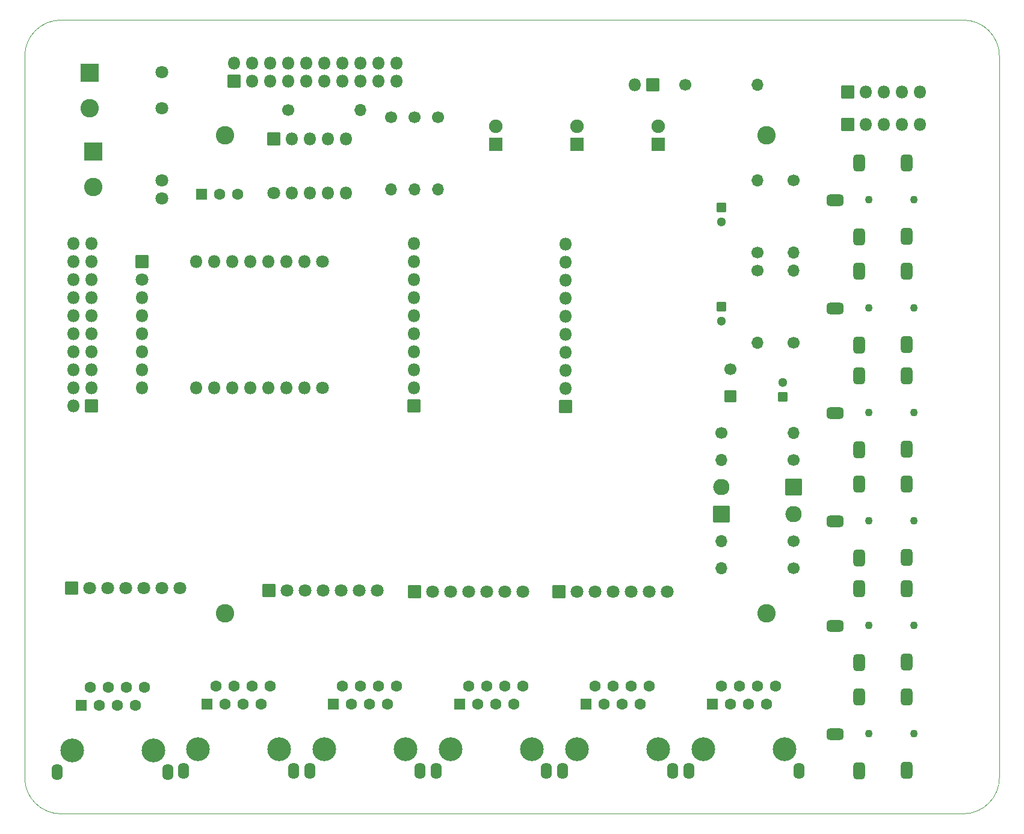
<source format=gbr>
%TF.GenerationSoftware,KiCad,Pcbnew,6.0.2-378541a8eb~116~ubuntu20.04.1*%
%TF.CreationDate,2022-03-16T15:57:20+02:00*%
%TF.ProjectId,ha-pcb,68612d70-6362-42e6-9b69-6361645f7063,4*%
%TF.SameCoordinates,Original*%
%TF.FileFunction,Soldermask,Top*%
%TF.FilePolarity,Negative*%
%FSLAX46Y46*%
G04 Gerber Fmt 4.6, Leading zero omitted, Abs format (unit mm)*
G04 Created by KiCad (PCBNEW 6.0.2-378541a8eb~116~ubuntu20.04.1) date 2022-03-16 15:57:20*
%MOMM*%
%LPD*%
G01*
G04 APERTURE LIST*
G04 Aperture macros list*
%AMRoundRect*
0 Rectangle with rounded corners*
0 $1 Rounding radius*
0 $2 $3 $4 $5 $6 $7 $8 $9 X,Y pos of 4 corners*
0 Add a 4 corners polygon primitive as box body*
4,1,4,$2,$3,$4,$5,$6,$7,$8,$9,$2,$3,0*
0 Add four circle primitives for the rounded corners*
1,1,$1+$1,$2,$3*
1,1,$1+$1,$4,$5*
1,1,$1+$1,$6,$7*
1,1,$1+$1,$8,$9*
0 Add four rect primitives between the rounded corners*
20,1,$1+$1,$2,$3,$4,$5,0*
20,1,$1+$1,$4,$5,$6,$7,0*
20,1,$1+$1,$6,$7,$8,$9,0*
20,1,$1+$1,$8,$9,$2,$3,0*%
G04 Aperture macros list end*
%TA.AperFunction,Profile*%
%ADD10C,0.100000*%
%TD*%
%ADD11RoundRect,0.050000X-0.850000X0.850000X-0.850000X-0.850000X0.850000X-0.850000X0.850000X0.850000X0*%
%ADD12O,1.800000X1.800000*%
%ADD13C,1.700000*%
%ADD14O,1.700000X1.700000*%
%ADD15RoundRect,0.050000X-1.250000X1.250000X-1.250000X-1.250000X1.250000X-1.250000X1.250000X1.250000X0*%
%ADD16C,2.600000*%
%ADD17C,3.350000*%
%ADD18RoundRect,0.050000X0.750000X0.750000X-0.750000X0.750000X-0.750000X-0.750000X0.750000X-0.750000X0*%
%ADD19C,1.600000*%
%ADD20O,1.600000X2.300000*%
%ADD21RoundRect,0.050000X0.900000X-0.900000X0.900000X0.900000X-0.900000X0.900000X-0.900000X-0.900000X0*%
%ADD22C,1.900000*%
%ADD23RoundRect,0.050000X0.800000X-0.800000X0.800000X0.800000X-0.800000X0.800000X-0.800000X-0.800000X0*%
%ADD24RoundRect,0.050000X-0.850000X-0.850000X0.850000X-0.850000X0.850000X0.850000X-0.850000X0.850000X0*%
%ADD25C,1.800000*%
%ADD26RoundRect,0.050000X0.850000X-0.850000X0.850000X0.850000X-0.850000X0.850000X-0.850000X-0.850000X0*%
%ADD27RoundRect,0.050000X0.600000X-0.600000X0.600000X0.600000X-0.600000X0.600000X-0.600000X-0.600000X0*%
%ADD28C,1.300000*%
%ADD29C,1.100000*%
%ADD30RoundRect,0.431000X-0.381000X0.762000X-0.381000X-0.762000X0.381000X-0.762000X0.381000X0.762000X0*%
%ADD31RoundRect,0.431000X-0.762000X-0.381000X0.762000X-0.381000X0.762000X0.381000X-0.762000X0.381000X0*%
%ADD32RoundRect,0.050000X1.100000X1.100000X-1.100000X1.100000X-1.100000X-1.100000X1.100000X-1.100000X0*%
%ADD33O,2.300000X2.300000*%
%ADD34RoundRect,0.050000X-0.600000X0.600000X-0.600000X-0.600000X0.600000X-0.600000X0.600000X0.600000X0*%
%ADD35RoundRect,0.050000X0.850000X0.850000X-0.850000X0.850000X-0.850000X-0.850000X0.850000X-0.850000X0*%
%ADD36RoundRect,0.050000X-1.100000X-1.100000X1.100000X-1.100000X1.100000X1.100000X-1.100000X1.100000X0*%
%ADD37RoundRect,0.050000X-0.750000X-0.750000X0.750000X-0.750000X0.750000X0.750000X-0.750000X0.750000X0*%
G04 APERTURE END LIST*
D10*
X177800000Y-137160000D02*
X177800000Y-135890000D01*
X40640004Y-135890000D02*
X40640000Y-137160000D01*
X172720000Y-30479996D02*
X45719996Y-30480000D01*
X177800000Y-135890000D02*
X177800000Y-35559996D01*
X45720000Y-142240000D02*
X172720000Y-142240000D01*
X40640000Y-35560000D02*
X40640004Y-135890000D01*
X40640000Y-137160000D02*
G75*
G03*
X45720000Y-142240000I5080002J2D01*
G01*
X45719996Y-30480000D02*
G75*
G03*
X40639996Y-35560000I2J-5080002D01*
G01*
X177800000Y-35559996D02*
G75*
G03*
X172720000Y-30479996I-5080002J-2D01*
G01*
X172720000Y-142240000D02*
G75*
G03*
X177800000Y-137160000I0J5080000D01*
G01*
D11*
%TO.C,JP1*%
X129032000Y-39624000D03*
D12*
X126492000Y-39624000D03*
%TD*%
D13*
%TO.C,R10*%
X95504000Y-44196000D03*
D14*
X95504000Y-54356000D03*
%TD*%
D15*
%TO.C,J2*%
X49792000Y-37886000D03*
D16*
X49792000Y-42886000D03*
%TD*%
D17*
%TO.C,J1*%
X58715500Y-133350000D03*
X47285500Y-133350000D03*
D18*
X48555500Y-127000000D03*
D19*
X49825500Y-124460000D03*
X51095500Y-127000000D03*
X52365500Y-124460000D03*
X53635500Y-127000000D03*
X54905500Y-124460000D03*
X56175500Y-127000000D03*
X57445500Y-124460000D03*
D20*
X60770500Y-136400000D03*
X45230500Y-136400000D03*
%TD*%
D21*
%TO.C,D4*%
X118364000Y-48006000D03*
D22*
X118364000Y-45466000D03*
%TD*%
D23*
%TO.C,C4*%
X139954000Y-83478380D03*
D13*
X139954000Y-79678380D03*
%TD*%
D24*
%TO.C,U3*%
X57150000Y-64465200D03*
D25*
X57150000Y-67005200D03*
D12*
X57150000Y-69545200D03*
X57150000Y-72085200D03*
X57150000Y-74625200D03*
X57150000Y-77165200D03*
X57150000Y-79705200D03*
X57150000Y-82245200D03*
X64770000Y-82245200D03*
X67310000Y-82245200D03*
X69850000Y-82245200D03*
X72390000Y-82245200D03*
X74930000Y-82245200D03*
X77470000Y-82245200D03*
X80010000Y-82245200D03*
D25*
X82550000Y-82245200D03*
X82550000Y-64465200D03*
D12*
X80010000Y-64465200D03*
X77470000Y-64465200D03*
X74930000Y-64465200D03*
X72390000Y-64465200D03*
X69850000Y-64465200D03*
X67310000Y-64465200D03*
X64770000Y-64465200D03*
%TD*%
D26*
%TO.C,U2*%
X75647000Y-47244000D03*
D12*
X78187000Y-47244000D03*
X80727000Y-47244000D03*
X83267000Y-47244000D03*
X85807000Y-47244000D03*
D25*
X75647000Y-54864000D03*
D12*
X78187000Y-54864000D03*
X80727000Y-54864000D03*
X83267000Y-54864000D03*
X85807000Y-54864000D03*
%TD*%
D13*
%TO.C,R8*%
X138684000Y-88646000D03*
D14*
X148844000Y-88646000D03*
%TD*%
D27*
%TO.C,C3*%
X147320000Y-83522600D03*
D28*
X147320000Y-81522600D03*
%TD*%
D21*
%TO.C,D5*%
X129794000Y-48006000D03*
D22*
X129794000Y-45466000D03*
%TD*%
D29*
%TO.C,J12*%
X165742900Y-55763900D03*
X159443700Y-55763900D03*
D30*
X158021300Y-50633100D03*
D31*
X154668500Y-55814700D03*
D30*
X158021300Y-60996300D03*
X164726900Y-60920100D03*
X164726900Y-50633100D03*
%TD*%
D29*
%TO.C,J14*%
X165742900Y-85735900D03*
X159443700Y-85735900D03*
D30*
X158021300Y-80605100D03*
D31*
X154668500Y-85786700D03*
D30*
X158021300Y-90968300D03*
X164726900Y-90892100D03*
X164726900Y-80605100D03*
%TD*%
D13*
%TO.C,R6*%
X148844000Y-103886000D03*
D14*
X138684000Y-103886000D03*
%TD*%
D26*
%TO.C,U5*%
X156469000Y-45212000D03*
D12*
X159009000Y-45212000D03*
X161549000Y-45212000D03*
X164089000Y-45212000D03*
X166629000Y-45212000D03*
%TD*%
D17*
%TO.C,J10*%
X118370000Y-133187500D03*
X129800000Y-133187500D03*
D18*
X119640000Y-126837500D03*
D19*
X120910000Y-124297500D03*
X122180000Y-126837500D03*
X123450000Y-124297500D03*
X124720000Y-126837500D03*
X125990000Y-124297500D03*
X127260000Y-126837500D03*
X128530000Y-124297500D03*
D20*
X131855000Y-136237500D03*
X116315000Y-136237500D03*
%TD*%
D32*
%TO.C,D3*%
X148844000Y-96266000D03*
D33*
X138684000Y-96266000D03*
%TD*%
D16*
%TO.C,H2*%
X68834000Y-114046000D03*
%TD*%
%TO.C,H3*%
X145034000Y-46736000D03*
%TD*%
D29*
%TO.C,J17*%
X165742900Y-130947900D03*
X159443700Y-130947900D03*
D30*
X158021300Y-125817100D03*
D31*
X154668500Y-130998700D03*
D30*
X158021300Y-136180300D03*
X164726900Y-136104100D03*
X164726900Y-125817100D03*
%TD*%
D16*
%TO.C,H1*%
X68834000Y-46736000D03*
%TD*%
D34*
%TO.C,C1*%
X138684000Y-56896000D03*
D28*
X138684000Y-58896000D03*
%TD*%
D17*
%TO.C,J9*%
X112020000Y-133187500D03*
X100590000Y-133187500D03*
D18*
X101860000Y-126837500D03*
D19*
X103130000Y-124297500D03*
X104400000Y-126837500D03*
X105670000Y-124297500D03*
X106940000Y-126837500D03*
X108210000Y-124297500D03*
X109480000Y-126837500D03*
X110750000Y-124297500D03*
D20*
X114075000Y-136237500D03*
X98535000Y-136237500D03*
%TD*%
D13*
%TO.C,R1*%
X92202000Y-44196000D03*
D14*
X92202000Y-54356000D03*
%TD*%
D29*
%TO.C,J15*%
X159443700Y-100975900D03*
X165742900Y-100975900D03*
D30*
X158021300Y-95845100D03*
D31*
X154668500Y-101026700D03*
D30*
X158021300Y-106208300D03*
X164726900Y-106132100D03*
X164726900Y-95845100D03*
%TD*%
D21*
%TO.C,D1*%
X106934000Y-48006000D03*
D22*
X106934000Y-45466000D03*
%TD*%
D13*
%TO.C,R12*%
X77724000Y-43180000D03*
D14*
X87884000Y-43180000D03*
%TD*%
D29*
%TO.C,J16*%
X165742900Y-115707900D03*
X159443700Y-115707900D03*
D30*
X158021300Y-110577100D03*
D31*
X154668500Y-115758700D03*
D30*
X158021300Y-120940300D03*
X164726900Y-120864100D03*
X164726900Y-110577100D03*
%TD*%
D35*
%TO.C,U8*%
X116751600Y-84866000D03*
D12*
X116751600Y-82326000D03*
X116751600Y-79786000D03*
X116751600Y-77246000D03*
X116751600Y-74706000D03*
X116751600Y-72166000D03*
X116751600Y-69626000D03*
X116751600Y-67086000D03*
X116751600Y-64546000D03*
X116751600Y-62006000D03*
%TD*%
D25*
%TO.C,U1*%
X59944000Y-37846000D03*
X59944000Y-42926000D03*
X59944000Y-53086000D03*
X59944000Y-55626000D03*
%TD*%
D13*
%TO.C,R13*%
X133604000Y-39624000D03*
D14*
X143764000Y-39624000D03*
%TD*%
D16*
%TO.C,H4*%
X145034000Y-114046000D03*
%TD*%
D35*
%TO.C,U9*%
X95424000Y-84815200D03*
D12*
X95424000Y-82275200D03*
X95424000Y-79735200D03*
X95424000Y-77195200D03*
X95424000Y-74655200D03*
X95424000Y-72115200D03*
X95424000Y-69575200D03*
X95424000Y-67035200D03*
X95424000Y-64495200D03*
X95424000Y-61955200D03*
%TD*%
D24*
%TO.C,U11*%
X115814000Y-110950000D03*
D25*
X118354000Y-110950000D03*
X120894000Y-110950000D03*
X123434000Y-110950000D03*
X125974000Y-110950000D03*
X128514000Y-110950000D03*
X131054000Y-110950000D03*
%TD*%
D24*
%TO.C,U10*%
X95494000Y-110950000D03*
D25*
X98034000Y-110950000D03*
X100574000Y-110950000D03*
X103114000Y-110950000D03*
X105654000Y-110950000D03*
X108194000Y-110950000D03*
X110734000Y-110950000D03*
%TD*%
D13*
%TO.C,R4*%
X148844000Y-75946000D03*
D14*
X148844000Y-65786000D03*
%TD*%
D17*
%TO.C,J11*%
X136150000Y-133187500D03*
X147580000Y-133187500D03*
D18*
X137420000Y-126837500D03*
D19*
X138690000Y-124297500D03*
X139960000Y-126837500D03*
X141230000Y-124297500D03*
X142500000Y-126837500D03*
X143770000Y-124297500D03*
X145040000Y-126837500D03*
X146310000Y-124297500D03*
D20*
X149635000Y-136237500D03*
X134095000Y-136237500D03*
%TD*%
D13*
%TO.C,R7*%
X148844000Y-92456000D03*
D14*
X138684000Y-92456000D03*
%TD*%
D13*
%TO.C,R2*%
X143764000Y-63246000D03*
D14*
X143764000Y-53086000D03*
%TD*%
D29*
%TO.C,J13*%
X165742900Y-71003900D03*
X159443700Y-71003900D03*
D30*
X158021300Y-65873100D03*
D31*
X154668500Y-71054700D03*
D30*
X158021300Y-76236300D03*
X164726900Y-76160100D03*
X164726900Y-65873100D03*
%TD*%
D26*
%TO.C,J4*%
X70104000Y-39116000D03*
D12*
X70104000Y-36576000D03*
X72644000Y-39116000D03*
X72644000Y-36576000D03*
X75184000Y-39116000D03*
X75184000Y-36576000D03*
X77724000Y-39116000D03*
X77724000Y-36576000D03*
X80264000Y-39116000D03*
X80264000Y-36576000D03*
X82804000Y-39116000D03*
X82804000Y-36576000D03*
X85344000Y-39116000D03*
X85344000Y-36576000D03*
X87884000Y-39116000D03*
X87884000Y-36576000D03*
X90424000Y-39116000D03*
X90424000Y-36576000D03*
X92964000Y-39116000D03*
X92964000Y-36576000D03*
%TD*%
D34*
%TO.C,C2*%
X138684000Y-70866000D03*
D28*
X138684000Y-72866000D03*
%TD*%
D24*
%TO.C,U4*%
X47234000Y-110442000D03*
D25*
X49774000Y-110442000D03*
X52314000Y-110442000D03*
X54854000Y-110442000D03*
X57394000Y-110442000D03*
X59934000Y-110442000D03*
X62474000Y-110442000D03*
%TD*%
D26*
%TO.C,J6*%
X156469000Y-40640000D03*
D12*
X159009000Y-40640000D03*
X161549000Y-40640000D03*
X164089000Y-40640000D03*
X166629000Y-40640000D03*
%TD*%
D13*
%TO.C,R9*%
X148844000Y-107696000D03*
D14*
X138684000Y-107696000D03*
%TD*%
D24*
%TO.C,U7*%
X75022000Y-110774000D03*
D25*
X77562000Y-110774000D03*
X80102000Y-110774000D03*
X82642000Y-110774000D03*
X85182000Y-110774000D03*
X87722000Y-110774000D03*
X90262000Y-110774000D03*
%TD*%
D35*
%TO.C,J7*%
X50043000Y-84831000D03*
D12*
X47503000Y-84831000D03*
X50043000Y-82291000D03*
X47503000Y-82291000D03*
X50043000Y-79751000D03*
X47503000Y-79751000D03*
X50043000Y-77211000D03*
X47503000Y-77211000D03*
X50043000Y-74671000D03*
X47503000Y-74671000D03*
X50043000Y-72131000D03*
X47503000Y-72131000D03*
X50043000Y-69591000D03*
X47503000Y-69591000D03*
X50043000Y-67051000D03*
X47503000Y-67051000D03*
X50043000Y-64511000D03*
X47503000Y-64511000D03*
X50043000Y-61971000D03*
X47503000Y-61971000D03*
%TD*%
D15*
%TO.C,J3*%
X50292000Y-49022000D03*
D16*
X50292000Y-54022000D03*
%TD*%
D13*
%TO.C,R11*%
X98806000Y-44196000D03*
D14*
X98806000Y-54356000D03*
%TD*%
D17*
%TO.C,J5*%
X65030000Y-133187500D03*
X76460000Y-133187500D03*
D18*
X66300000Y-126837500D03*
D19*
X67570000Y-124297500D03*
X68840000Y-126837500D03*
X70110000Y-124297500D03*
X71380000Y-126837500D03*
X72650000Y-124297500D03*
X73920000Y-126837500D03*
X75190000Y-124297500D03*
D20*
X62975000Y-136237500D03*
X78515000Y-136237500D03*
%TD*%
D36*
%TO.C,D2*%
X138684000Y-100076000D03*
D33*
X148844000Y-100076000D03*
%TD*%
D17*
%TO.C,J8*%
X94240000Y-133187500D03*
X82810000Y-133187500D03*
D18*
X84080000Y-126837500D03*
D19*
X85350000Y-124297500D03*
X86620000Y-126837500D03*
X87890000Y-124297500D03*
X89160000Y-126837500D03*
X90430000Y-124297500D03*
X91700000Y-126837500D03*
X92970000Y-124297500D03*
D20*
X96295000Y-136237500D03*
X80755000Y-136237500D03*
%TD*%
D37*
%TO.C,U6*%
X65532000Y-54970000D03*
D19*
X68072000Y-54970000D03*
X70612000Y-54970000D03*
%TD*%
D13*
%TO.C,R5*%
X143764000Y-65786000D03*
D14*
X143764000Y-75946000D03*
%TD*%
D13*
%TO.C,R3*%
X148844000Y-53086000D03*
D14*
X148844000Y-63246000D03*
%TD*%
M02*

</source>
